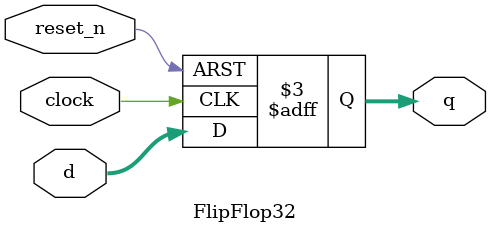
<source format=sv>
module FlipFlop32(
    input logic reset_n,
    input logic clock,
    input logic [31:0] d,
    output logic [31:0] q
);

always_ff @(posedge clock or negedge reset_n) begin
    if (!reset_n)
        q <= 32'b0;
    else
        q <= d;
end

endmodule

</source>
